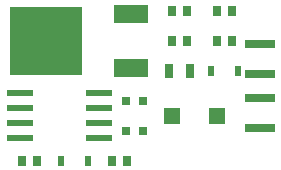
<source format=gbr>
G04 EAGLE Gerber RS-274X export*
G75*
%MOMM*%
%FSLAX34Y34*%
%LPD*%
%INSolderpaste Top*%
%IPPOS*%
%AMOC8*
5,1,8,0,0,1.08239X$1,22.5*%
G01*
%ADD10R,0.700000X0.900000*%
%ADD11R,0.800000X1.200000*%
%ADD12R,0.630000X0.830000*%
%ADD13R,1.400000X1.400000*%
%ADD14R,2.209800X0.609600*%
%ADD15R,0.800000X0.800000*%
%ADD16R,6.200000X5.800000*%
%ADD17R,3.000000X1.600000*%
%ADD18R,2.500000X0.800000*%


D10*
X285600Y368300D03*
X298600Y368300D03*
D11*
X245000Y317500D03*
X263000Y317500D03*
D12*
X153600Y241300D03*
X176600Y241300D03*
X280600Y317500D03*
X303600Y317500D03*
D13*
X247700Y279400D03*
X285700Y279400D03*
D14*
X186182Y260350D03*
X186182Y273050D03*
X186182Y285750D03*
X186182Y298450D03*
X118872Y298450D03*
X118872Y285750D03*
X118872Y273050D03*
X118872Y260350D03*
D15*
X208400Y292100D03*
X223400Y292100D03*
X208400Y266700D03*
X223400Y266700D03*
D10*
X247500Y342900D03*
X260500Y342900D03*
X120500Y241300D03*
X133500Y241300D03*
X247500Y368300D03*
X260500Y368300D03*
X285600Y342900D03*
X298600Y342900D03*
X196700Y241300D03*
X209700Y241300D03*
D16*
X141300Y342900D03*
D17*
X213100Y320100D03*
X213100Y365700D03*
D18*
X322300Y294530D03*
X322300Y315070D03*
X322300Y269292D03*
X322300Y339800D03*
M02*

</source>
